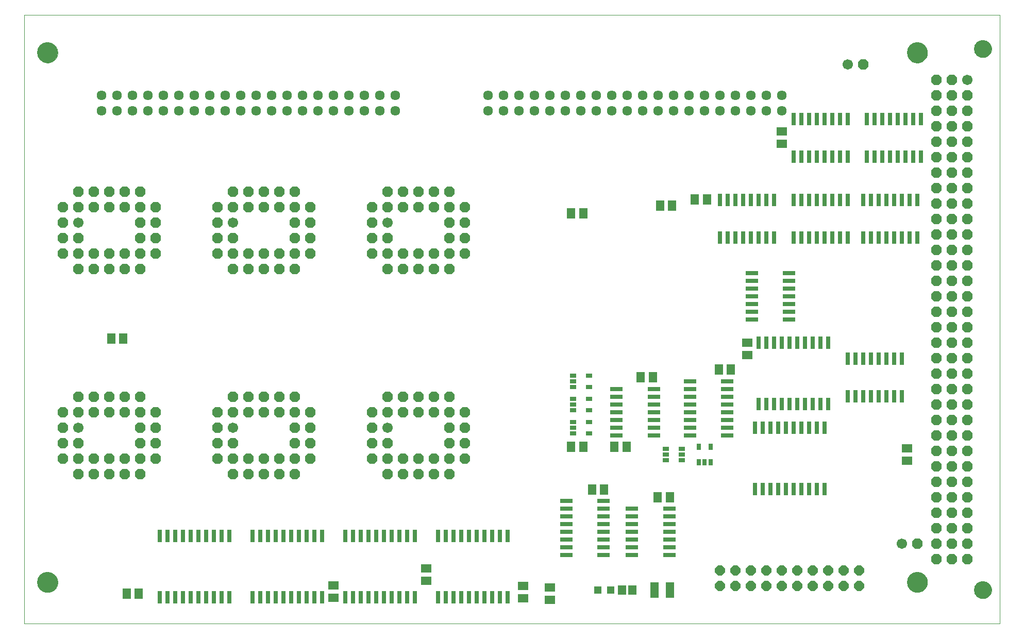
<source format=gts>
G75*
G70*
%OFA0B0*%
%FSLAX24Y24*%
%IPPOS*%
%LPD*%
%AMOC8*
5,1,8,0,0,1.08239X$1,22.5*
%
%ADD10R,0.0840X0.0300*%
%ADD11R,0.0300X0.0840*%
%ADD12C,0.0670*%
%ADD13OC8,0.0670*%
%ADD14C,0.0000*%
%ADD15C,0.1140*%
%ADD16R,0.0312X0.0430*%
%ADD17R,0.0430X0.0312*%
%ADD18R,0.0552X0.0670*%
%ADD19R,0.0670X0.0552*%
%ADD20C,0.0634*%
%ADD21C,0.1340*%
%ADD22R,0.0552X0.0631*%
%ADD23R,0.0512X0.0512*%
%ADD24R,0.0433X0.0315*%
%ADD25R,0.0540X0.1040*%
%ADD26OC8,0.0634*%
D10*
X039888Y011870D03*
X039888Y012370D03*
X039888Y012870D03*
X039888Y013370D03*
X039888Y013870D03*
X039888Y014370D03*
X039888Y014870D03*
X039888Y015370D03*
X042308Y015370D03*
X042308Y014870D03*
X042308Y014370D03*
X042308Y013870D03*
X042308Y013370D03*
X042308Y012870D03*
X042308Y012370D03*
X042308Y011870D03*
X044138Y011870D03*
X044138Y012370D03*
X044138Y012870D03*
X044138Y013370D03*
X044138Y013870D03*
X044138Y014370D03*
X044138Y014870D03*
X046558Y014870D03*
X046558Y014370D03*
X046558Y013870D03*
X046558Y013370D03*
X046558Y012870D03*
X046558Y012370D03*
X046558Y011870D03*
X045558Y019620D03*
X045558Y020120D03*
X045558Y020620D03*
X045558Y021120D03*
X045558Y021620D03*
X045558Y022120D03*
X045558Y022620D03*
X047888Y022620D03*
X047888Y023120D03*
X047888Y022120D03*
X047888Y021620D03*
X047888Y021120D03*
X047888Y020620D03*
X047888Y020120D03*
X047888Y019620D03*
X050308Y019620D03*
X050308Y020120D03*
X050308Y020620D03*
X050308Y021120D03*
X050308Y021620D03*
X050308Y022120D03*
X050308Y022620D03*
X050308Y023120D03*
X051888Y027120D03*
X051888Y027620D03*
X051888Y028120D03*
X051888Y028620D03*
X051888Y029120D03*
X051888Y029620D03*
X051888Y030120D03*
X054308Y030120D03*
X054308Y029620D03*
X054308Y029120D03*
X054308Y028620D03*
X054308Y028120D03*
X054308Y027620D03*
X054308Y027120D03*
X043138Y022620D03*
X043138Y022120D03*
X043138Y021620D03*
X043138Y021120D03*
X043138Y020620D03*
X043138Y020120D03*
X043138Y019620D03*
D11*
X036098Y013100D03*
X035598Y013100D03*
X035098Y013100D03*
X034598Y013100D03*
X034098Y013100D03*
X033598Y013100D03*
X033098Y013100D03*
X032598Y013100D03*
X032098Y013100D03*
X031598Y013100D03*
X030098Y013100D03*
X029598Y013100D03*
X029098Y013100D03*
X028598Y013100D03*
X028098Y013100D03*
X027598Y013100D03*
X027098Y013100D03*
X026598Y013100D03*
X026098Y013100D03*
X025598Y013100D03*
X024098Y013100D03*
X023598Y013100D03*
X023098Y013100D03*
X022598Y013100D03*
X022098Y013100D03*
X021598Y013100D03*
X021098Y013100D03*
X020598Y013100D03*
X020098Y013100D03*
X019598Y013100D03*
X018098Y013100D03*
X017598Y013100D03*
X017098Y013100D03*
X016598Y013100D03*
X016098Y013100D03*
X015598Y013100D03*
X015098Y013100D03*
X014598Y013100D03*
X014098Y013100D03*
X013598Y013100D03*
X013598Y009140D03*
X014098Y009140D03*
X014598Y009140D03*
X015098Y009140D03*
X015598Y009140D03*
X016098Y009140D03*
X016598Y009140D03*
X017098Y009140D03*
X017598Y009140D03*
X018098Y009140D03*
X019598Y009140D03*
X020098Y009140D03*
X020598Y009140D03*
X021098Y009140D03*
X021598Y009140D03*
X022098Y009140D03*
X022598Y009140D03*
X023098Y009140D03*
X023598Y009140D03*
X024098Y009140D03*
X025598Y009140D03*
X026098Y009140D03*
X026598Y009140D03*
X027098Y009140D03*
X027598Y009140D03*
X028098Y009140D03*
X028598Y009140D03*
X029098Y009140D03*
X029598Y009140D03*
X030098Y009140D03*
X031598Y009140D03*
X032098Y009140D03*
X032598Y009140D03*
X033098Y009140D03*
X033598Y009140D03*
X034098Y009140D03*
X034598Y009140D03*
X035098Y009140D03*
X035598Y009140D03*
X036098Y009140D03*
X052098Y016140D03*
X052598Y016140D03*
X053098Y016140D03*
X053598Y016140D03*
X054098Y016140D03*
X054598Y016140D03*
X055098Y016140D03*
X055598Y016140D03*
X056098Y016140D03*
X056598Y016140D03*
X056598Y020100D03*
X056098Y020100D03*
X055598Y020100D03*
X055098Y020100D03*
X054598Y020100D03*
X054098Y020100D03*
X053598Y020100D03*
X053098Y020100D03*
X052598Y020100D03*
X052098Y020100D03*
X052348Y021640D03*
X052848Y021640D03*
X053348Y021640D03*
X053848Y021640D03*
X054348Y021640D03*
X054848Y021640D03*
X055348Y021640D03*
X055848Y021640D03*
X056348Y021640D03*
X056848Y021640D03*
X058098Y022160D03*
X058598Y022160D03*
X059098Y022160D03*
X059598Y022160D03*
X060098Y022160D03*
X060598Y022160D03*
X061098Y022160D03*
X061598Y022160D03*
X061598Y024580D03*
X061098Y024580D03*
X060598Y024580D03*
X060098Y024580D03*
X059598Y024580D03*
X059098Y024580D03*
X058598Y024580D03*
X058098Y024580D03*
X056848Y025600D03*
X056348Y025600D03*
X055848Y025600D03*
X055348Y025600D03*
X054848Y025600D03*
X054348Y025600D03*
X053848Y025600D03*
X053348Y025600D03*
X052848Y025600D03*
X052348Y025600D03*
X052348Y032410D03*
X052848Y032410D03*
X053348Y032410D03*
X054598Y032410D03*
X055098Y032410D03*
X055598Y032410D03*
X056098Y032410D03*
X056598Y032410D03*
X057098Y032410D03*
X057598Y032410D03*
X058098Y032410D03*
X059098Y032410D03*
X059598Y032410D03*
X060098Y032410D03*
X060598Y032410D03*
X061098Y032410D03*
X061598Y032410D03*
X062098Y032410D03*
X062598Y032410D03*
X062598Y034830D03*
X062098Y034830D03*
X061598Y034830D03*
X061098Y034830D03*
X060598Y034830D03*
X060098Y034830D03*
X059598Y034830D03*
X059098Y034830D03*
X058098Y034830D03*
X057598Y034830D03*
X057098Y034830D03*
X056598Y034830D03*
X056098Y034830D03*
X055598Y034830D03*
X055098Y034830D03*
X054598Y034830D03*
X053348Y034830D03*
X052848Y034830D03*
X052348Y034830D03*
X051848Y034830D03*
X051348Y034830D03*
X050848Y034830D03*
X050348Y034830D03*
X049848Y034830D03*
X049848Y032410D03*
X050348Y032410D03*
X050848Y032410D03*
X051348Y032410D03*
X051848Y032410D03*
X054598Y037660D03*
X055098Y037660D03*
X055598Y037660D03*
X056098Y037660D03*
X056598Y037660D03*
X057098Y037660D03*
X057598Y037660D03*
X058098Y037660D03*
X059348Y037660D03*
X059848Y037660D03*
X060348Y037660D03*
X060848Y037660D03*
X061348Y037660D03*
X061848Y037660D03*
X062348Y037660D03*
X062848Y037660D03*
X062848Y040080D03*
X062348Y040080D03*
X061848Y040080D03*
X061348Y040080D03*
X060848Y040080D03*
X060348Y040080D03*
X059848Y040080D03*
X059348Y040080D03*
X058098Y040080D03*
X057598Y040080D03*
X057098Y040080D03*
X056598Y040080D03*
X056098Y040080D03*
X055598Y040080D03*
X055098Y040080D03*
X054598Y040080D03*
D12*
X058098Y043620D03*
X065848Y042620D03*
X028348Y033370D03*
X018348Y033370D03*
X008348Y033370D03*
X008348Y020120D03*
X018348Y020120D03*
X028348Y020120D03*
X061598Y012620D03*
D13*
X062598Y012620D03*
X063848Y012620D03*
X063848Y013620D03*
X063848Y014620D03*
X063848Y015620D03*
X063848Y016620D03*
X063848Y017620D03*
X063848Y018620D03*
X063848Y019620D03*
X063848Y020620D03*
X063848Y021620D03*
X063848Y022620D03*
X063848Y023620D03*
X063848Y024620D03*
X063848Y025620D03*
X063848Y026620D03*
X063848Y027620D03*
X063848Y028620D03*
X063848Y029620D03*
X063848Y030620D03*
X063848Y031620D03*
X063848Y032620D03*
X063848Y033620D03*
X063848Y034620D03*
X063848Y035620D03*
X063848Y036620D03*
X063848Y037620D03*
X063848Y038620D03*
X063848Y039620D03*
X063848Y040620D03*
X063848Y041620D03*
X063848Y042620D03*
X064848Y042620D03*
X064848Y041620D03*
X065848Y041620D03*
X065848Y040620D03*
X064848Y040620D03*
X064848Y039620D03*
X065848Y039620D03*
X065848Y038620D03*
X064848Y038620D03*
X064848Y037620D03*
X065848Y037620D03*
X065848Y036620D03*
X064848Y036620D03*
X064848Y035620D03*
X065848Y035620D03*
X065848Y034620D03*
X064848Y034620D03*
X064848Y033620D03*
X065848Y033620D03*
X065848Y032620D03*
X064848Y032620D03*
X064848Y031620D03*
X065848Y031620D03*
X065848Y030620D03*
X064848Y030620D03*
X064848Y029620D03*
X065848Y029620D03*
X065848Y028620D03*
X064848Y028620D03*
X064848Y027620D03*
X065848Y027620D03*
X065848Y026620D03*
X064848Y026620D03*
X064848Y025620D03*
X065848Y025620D03*
X065848Y024620D03*
X064848Y024620D03*
X064848Y023620D03*
X065848Y023620D03*
X065848Y022620D03*
X064848Y022620D03*
X064848Y021620D03*
X065848Y021620D03*
X065848Y020620D03*
X064848Y020620D03*
X064848Y019620D03*
X065848Y019620D03*
X065848Y018620D03*
X064848Y018620D03*
X064848Y017620D03*
X065848Y017620D03*
X065848Y016620D03*
X064848Y016620D03*
X064848Y015620D03*
X065848Y015620D03*
X065848Y014620D03*
X064848Y014620D03*
X064848Y013620D03*
X065848Y013620D03*
X065848Y012620D03*
X064848Y012620D03*
X064848Y011620D03*
X065848Y011620D03*
X063848Y011620D03*
X033348Y018120D03*
X032348Y018120D03*
X031348Y018120D03*
X030348Y018120D03*
X029348Y018120D03*
X028348Y018120D03*
X027348Y018120D03*
X027348Y019120D03*
X028348Y019120D03*
X027348Y020120D03*
X027348Y021120D03*
X028348Y021120D03*
X028348Y022120D03*
X029348Y022120D03*
X030348Y022120D03*
X031348Y022120D03*
X032348Y022120D03*
X032348Y021120D03*
X033348Y021120D03*
X033348Y020120D03*
X032348Y020120D03*
X031348Y021120D03*
X030348Y021120D03*
X029348Y021120D03*
X032348Y019120D03*
X033348Y019120D03*
X032348Y017120D03*
X031348Y017120D03*
X030348Y017120D03*
X029348Y017120D03*
X028348Y017120D03*
X023348Y018120D03*
X022348Y018120D03*
X021348Y018120D03*
X020348Y018120D03*
X019348Y018120D03*
X018348Y018120D03*
X017348Y018120D03*
X017348Y019120D03*
X018348Y019120D03*
X017348Y020120D03*
X017348Y021120D03*
X018348Y021120D03*
X018348Y022120D03*
X019348Y022120D03*
X020348Y022120D03*
X021348Y022120D03*
X022348Y022120D03*
X022348Y021120D03*
X023348Y021120D03*
X023348Y020120D03*
X022348Y020120D03*
X021348Y021120D03*
X020348Y021120D03*
X019348Y021120D03*
X022348Y019120D03*
X023348Y019120D03*
X022348Y017120D03*
X021348Y017120D03*
X020348Y017120D03*
X019348Y017120D03*
X018348Y017120D03*
X013348Y018120D03*
X012348Y018120D03*
X012348Y019120D03*
X013348Y019120D03*
X013348Y020120D03*
X013348Y021120D03*
X012348Y021120D03*
X012348Y020120D03*
X011348Y021120D03*
X010348Y021120D03*
X009348Y021120D03*
X009348Y022120D03*
X010348Y022120D03*
X011348Y022120D03*
X012348Y022120D03*
X008348Y022120D03*
X008348Y021120D03*
X007348Y021120D03*
X007348Y020120D03*
X007348Y019120D03*
X008348Y019120D03*
X008348Y018120D03*
X007348Y018120D03*
X008348Y017120D03*
X009348Y017120D03*
X010348Y017120D03*
X011348Y017120D03*
X011348Y018120D03*
X010348Y018120D03*
X009348Y018120D03*
X012348Y017120D03*
X012348Y030370D03*
X012348Y031370D03*
X013348Y031370D03*
X013348Y032370D03*
X012348Y032370D03*
X012348Y033370D03*
X013348Y033370D03*
X013348Y034370D03*
X012348Y034370D03*
X012348Y035370D03*
X011348Y035370D03*
X010348Y035370D03*
X009348Y035370D03*
X008348Y035370D03*
X008348Y034370D03*
X007348Y034370D03*
X007348Y033370D03*
X007348Y032370D03*
X008348Y032370D03*
X008348Y031370D03*
X007348Y031370D03*
X008348Y030370D03*
X009348Y030370D03*
X010348Y030370D03*
X011348Y030370D03*
X011348Y031370D03*
X010348Y031370D03*
X009348Y031370D03*
X009348Y034370D03*
X010348Y034370D03*
X011348Y034370D03*
X017348Y034370D03*
X018348Y034370D03*
X018348Y035370D03*
X019348Y035370D03*
X020348Y035370D03*
X021348Y035370D03*
X022348Y035370D03*
X022348Y034370D03*
X023348Y034370D03*
X023348Y033370D03*
X022348Y033370D03*
X022348Y032370D03*
X023348Y032370D03*
X023348Y031370D03*
X022348Y031370D03*
X021348Y031370D03*
X020348Y031370D03*
X019348Y031370D03*
X018348Y031370D03*
X017348Y031370D03*
X017348Y032370D03*
X018348Y032370D03*
X017348Y033370D03*
X019348Y034370D03*
X020348Y034370D03*
X021348Y034370D03*
X021348Y030370D03*
X022348Y030370D03*
X020348Y030370D03*
X019348Y030370D03*
X018348Y030370D03*
X027348Y031370D03*
X028348Y031370D03*
X028348Y032370D03*
X027348Y032370D03*
X027348Y033370D03*
X027348Y034370D03*
X028348Y034370D03*
X028348Y035370D03*
X029348Y035370D03*
X030348Y035370D03*
X031348Y035370D03*
X032348Y035370D03*
X032348Y034370D03*
X033348Y034370D03*
X033348Y033370D03*
X032348Y033370D03*
X032348Y032370D03*
X033348Y032370D03*
X033348Y031370D03*
X032348Y031370D03*
X031348Y031370D03*
X030348Y031370D03*
X029348Y031370D03*
X029348Y030370D03*
X030348Y030370D03*
X031348Y030370D03*
X032348Y030370D03*
X028348Y030370D03*
X029348Y034370D03*
X030348Y034370D03*
X031348Y034370D03*
X059098Y043620D03*
D14*
X004848Y046810D02*
X004848Y007430D01*
X067948Y007430D01*
X067948Y046810D01*
X004848Y046810D01*
X005698Y044370D02*
X005700Y044420D01*
X005706Y044470D01*
X005716Y044520D01*
X005729Y044568D01*
X005746Y044616D01*
X005767Y044662D01*
X005791Y044706D01*
X005819Y044748D01*
X005850Y044788D01*
X005884Y044825D01*
X005921Y044860D01*
X005960Y044891D01*
X006001Y044920D01*
X006045Y044945D01*
X006091Y044967D01*
X006138Y044985D01*
X006186Y044999D01*
X006235Y045010D01*
X006285Y045017D01*
X006335Y045020D01*
X006386Y045019D01*
X006436Y045014D01*
X006486Y045005D01*
X006534Y044993D01*
X006582Y044976D01*
X006628Y044956D01*
X006673Y044933D01*
X006716Y044906D01*
X006756Y044876D01*
X006794Y044843D01*
X006829Y044807D01*
X006862Y044768D01*
X006891Y044727D01*
X006917Y044684D01*
X006940Y044639D01*
X006959Y044592D01*
X006974Y044544D01*
X006986Y044495D01*
X006994Y044445D01*
X006998Y044395D01*
X006998Y044345D01*
X006994Y044295D01*
X006986Y044245D01*
X006974Y044196D01*
X006959Y044148D01*
X006940Y044101D01*
X006917Y044056D01*
X006891Y044013D01*
X006862Y043972D01*
X006829Y043933D01*
X006794Y043897D01*
X006756Y043864D01*
X006716Y043834D01*
X006673Y043807D01*
X006628Y043784D01*
X006582Y043764D01*
X006534Y043747D01*
X006486Y043735D01*
X006436Y043726D01*
X006386Y043721D01*
X006335Y043720D01*
X006285Y043723D01*
X006235Y043730D01*
X006186Y043741D01*
X006138Y043755D01*
X006091Y043773D01*
X006045Y043795D01*
X006001Y043820D01*
X005960Y043849D01*
X005921Y043880D01*
X005884Y043915D01*
X005850Y043952D01*
X005819Y043992D01*
X005791Y044034D01*
X005767Y044078D01*
X005746Y044124D01*
X005729Y044172D01*
X005716Y044220D01*
X005706Y044270D01*
X005700Y044320D01*
X005698Y044370D01*
X005698Y010120D02*
X005700Y010170D01*
X005706Y010220D01*
X005716Y010270D01*
X005729Y010318D01*
X005746Y010366D01*
X005767Y010412D01*
X005791Y010456D01*
X005819Y010498D01*
X005850Y010538D01*
X005884Y010575D01*
X005921Y010610D01*
X005960Y010641D01*
X006001Y010670D01*
X006045Y010695D01*
X006091Y010717D01*
X006138Y010735D01*
X006186Y010749D01*
X006235Y010760D01*
X006285Y010767D01*
X006335Y010770D01*
X006386Y010769D01*
X006436Y010764D01*
X006486Y010755D01*
X006534Y010743D01*
X006582Y010726D01*
X006628Y010706D01*
X006673Y010683D01*
X006716Y010656D01*
X006756Y010626D01*
X006794Y010593D01*
X006829Y010557D01*
X006862Y010518D01*
X006891Y010477D01*
X006917Y010434D01*
X006940Y010389D01*
X006959Y010342D01*
X006974Y010294D01*
X006986Y010245D01*
X006994Y010195D01*
X006998Y010145D01*
X006998Y010095D01*
X006994Y010045D01*
X006986Y009995D01*
X006974Y009946D01*
X006959Y009898D01*
X006940Y009851D01*
X006917Y009806D01*
X006891Y009763D01*
X006862Y009722D01*
X006829Y009683D01*
X006794Y009647D01*
X006756Y009614D01*
X006716Y009584D01*
X006673Y009557D01*
X006628Y009534D01*
X006582Y009514D01*
X006534Y009497D01*
X006486Y009485D01*
X006436Y009476D01*
X006386Y009471D01*
X006335Y009470D01*
X006285Y009473D01*
X006235Y009480D01*
X006186Y009491D01*
X006138Y009505D01*
X006091Y009523D01*
X006045Y009545D01*
X006001Y009570D01*
X005960Y009599D01*
X005921Y009630D01*
X005884Y009665D01*
X005850Y009702D01*
X005819Y009742D01*
X005791Y009784D01*
X005767Y009828D01*
X005746Y009874D01*
X005729Y009922D01*
X005716Y009970D01*
X005706Y010020D01*
X005700Y010070D01*
X005698Y010120D01*
X061948Y010120D02*
X061950Y010170D01*
X061956Y010220D01*
X061966Y010270D01*
X061979Y010318D01*
X061996Y010366D01*
X062017Y010412D01*
X062041Y010456D01*
X062069Y010498D01*
X062100Y010538D01*
X062134Y010575D01*
X062171Y010610D01*
X062210Y010641D01*
X062251Y010670D01*
X062295Y010695D01*
X062341Y010717D01*
X062388Y010735D01*
X062436Y010749D01*
X062485Y010760D01*
X062535Y010767D01*
X062585Y010770D01*
X062636Y010769D01*
X062686Y010764D01*
X062736Y010755D01*
X062784Y010743D01*
X062832Y010726D01*
X062878Y010706D01*
X062923Y010683D01*
X062966Y010656D01*
X063006Y010626D01*
X063044Y010593D01*
X063079Y010557D01*
X063112Y010518D01*
X063141Y010477D01*
X063167Y010434D01*
X063190Y010389D01*
X063209Y010342D01*
X063224Y010294D01*
X063236Y010245D01*
X063244Y010195D01*
X063248Y010145D01*
X063248Y010095D01*
X063244Y010045D01*
X063236Y009995D01*
X063224Y009946D01*
X063209Y009898D01*
X063190Y009851D01*
X063167Y009806D01*
X063141Y009763D01*
X063112Y009722D01*
X063079Y009683D01*
X063044Y009647D01*
X063006Y009614D01*
X062966Y009584D01*
X062923Y009557D01*
X062878Y009534D01*
X062832Y009514D01*
X062784Y009497D01*
X062736Y009485D01*
X062686Y009476D01*
X062636Y009471D01*
X062585Y009470D01*
X062535Y009473D01*
X062485Y009480D01*
X062436Y009491D01*
X062388Y009505D01*
X062341Y009523D01*
X062295Y009545D01*
X062251Y009570D01*
X062210Y009599D01*
X062171Y009630D01*
X062134Y009665D01*
X062100Y009702D01*
X062069Y009742D01*
X062041Y009784D01*
X062017Y009828D01*
X061996Y009874D01*
X061979Y009922D01*
X061966Y009970D01*
X061956Y010020D01*
X061950Y010070D01*
X061948Y010120D01*
X066298Y009620D02*
X066300Y009667D01*
X066306Y009713D01*
X066316Y009759D01*
X066329Y009803D01*
X066347Y009847D01*
X066368Y009888D01*
X066392Y009928D01*
X066420Y009966D01*
X066451Y010001D01*
X066485Y010033D01*
X066521Y010062D01*
X066560Y010088D01*
X066600Y010111D01*
X066643Y010130D01*
X066687Y010146D01*
X066732Y010158D01*
X066778Y010166D01*
X066825Y010170D01*
X066871Y010170D01*
X066918Y010166D01*
X066964Y010158D01*
X067009Y010146D01*
X067053Y010130D01*
X067096Y010111D01*
X067136Y010088D01*
X067175Y010062D01*
X067211Y010033D01*
X067245Y010001D01*
X067276Y009966D01*
X067304Y009928D01*
X067328Y009888D01*
X067349Y009847D01*
X067367Y009803D01*
X067380Y009759D01*
X067390Y009713D01*
X067396Y009667D01*
X067398Y009620D01*
X067396Y009573D01*
X067390Y009527D01*
X067380Y009481D01*
X067367Y009437D01*
X067349Y009393D01*
X067328Y009352D01*
X067304Y009312D01*
X067276Y009274D01*
X067245Y009239D01*
X067211Y009207D01*
X067175Y009178D01*
X067136Y009152D01*
X067096Y009129D01*
X067053Y009110D01*
X067009Y009094D01*
X066964Y009082D01*
X066918Y009074D01*
X066871Y009070D01*
X066825Y009070D01*
X066778Y009074D01*
X066732Y009082D01*
X066687Y009094D01*
X066643Y009110D01*
X066600Y009129D01*
X066560Y009152D01*
X066521Y009178D01*
X066485Y009207D01*
X066451Y009239D01*
X066420Y009274D01*
X066392Y009312D01*
X066368Y009352D01*
X066347Y009393D01*
X066329Y009437D01*
X066316Y009481D01*
X066306Y009527D01*
X066300Y009573D01*
X066298Y009620D01*
X061948Y044370D02*
X061950Y044420D01*
X061956Y044470D01*
X061966Y044520D01*
X061979Y044568D01*
X061996Y044616D01*
X062017Y044662D01*
X062041Y044706D01*
X062069Y044748D01*
X062100Y044788D01*
X062134Y044825D01*
X062171Y044860D01*
X062210Y044891D01*
X062251Y044920D01*
X062295Y044945D01*
X062341Y044967D01*
X062388Y044985D01*
X062436Y044999D01*
X062485Y045010D01*
X062535Y045017D01*
X062585Y045020D01*
X062636Y045019D01*
X062686Y045014D01*
X062736Y045005D01*
X062784Y044993D01*
X062832Y044976D01*
X062878Y044956D01*
X062923Y044933D01*
X062966Y044906D01*
X063006Y044876D01*
X063044Y044843D01*
X063079Y044807D01*
X063112Y044768D01*
X063141Y044727D01*
X063167Y044684D01*
X063190Y044639D01*
X063209Y044592D01*
X063224Y044544D01*
X063236Y044495D01*
X063244Y044445D01*
X063248Y044395D01*
X063248Y044345D01*
X063244Y044295D01*
X063236Y044245D01*
X063224Y044196D01*
X063209Y044148D01*
X063190Y044101D01*
X063167Y044056D01*
X063141Y044013D01*
X063112Y043972D01*
X063079Y043933D01*
X063044Y043897D01*
X063006Y043864D01*
X062966Y043834D01*
X062923Y043807D01*
X062878Y043784D01*
X062832Y043764D01*
X062784Y043747D01*
X062736Y043735D01*
X062686Y043726D01*
X062636Y043721D01*
X062585Y043720D01*
X062535Y043723D01*
X062485Y043730D01*
X062436Y043741D01*
X062388Y043755D01*
X062341Y043773D01*
X062295Y043795D01*
X062251Y043820D01*
X062210Y043849D01*
X062171Y043880D01*
X062134Y043915D01*
X062100Y043952D01*
X062069Y043992D01*
X062041Y044034D01*
X062017Y044078D01*
X061996Y044124D01*
X061979Y044172D01*
X061966Y044220D01*
X061956Y044270D01*
X061950Y044320D01*
X061948Y044370D01*
X066298Y044620D02*
X066300Y044667D01*
X066306Y044713D01*
X066316Y044759D01*
X066329Y044803D01*
X066347Y044847D01*
X066368Y044888D01*
X066392Y044928D01*
X066420Y044966D01*
X066451Y045001D01*
X066485Y045033D01*
X066521Y045062D01*
X066560Y045088D01*
X066600Y045111D01*
X066643Y045130D01*
X066687Y045146D01*
X066732Y045158D01*
X066778Y045166D01*
X066825Y045170D01*
X066871Y045170D01*
X066918Y045166D01*
X066964Y045158D01*
X067009Y045146D01*
X067053Y045130D01*
X067096Y045111D01*
X067136Y045088D01*
X067175Y045062D01*
X067211Y045033D01*
X067245Y045001D01*
X067276Y044966D01*
X067304Y044928D01*
X067328Y044888D01*
X067349Y044847D01*
X067367Y044803D01*
X067380Y044759D01*
X067390Y044713D01*
X067396Y044667D01*
X067398Y044620D01*
X067396Y044573D01*
X067390Y044527D01*
X067380Y044481D01*
X067367Y044437D01*
X067349Y044393D01*
X067328Y044352D01*
X067304Y044312D01*
X067276Y044274D01*
X067245Y044239D01*
X067211Y044207D01*
X067175Y044178D01*
X067136Y044152D01*
X067096Y044129D01*
X067053Y044110D01*
X067009Y044094D01*
X066964Y044082D01*
X066918Y044074D01*
X066871Y044070D01*
X066825Y044070D01*
X066778Y044074D01*
X066732Y044082D01*
X066687Y044094D01*
X066643Y044110D01*
X066600Y044129D01*
X066560Y044152D01*
X066521Y044178D01*
X066485Y044207D01*
X066451Y044239D01*
X066420Y044274D01*
X066392Y044312D01*
X066368Y044352D01*
X066347Y044393D01*
X066329Y044437D01*
X066316Y044481D01*
X066306Y044527D01*
X066300Y044573D01*
X066298Y044620D01*
D15*
X066848Y044620D03*
X066848Y009620D03*
D16*
X049222Y017862D03*
X048848Y017862D03*
X048474Y017862D03*
X048474Y018881D03*
X049222Y018881D03*
D17*
X041360Y019746D03*
X041360Y020494D03*
X041360Y021246D03*
X041360Y021994D03*
X041360Y022746D03*
X041360Y023494D03*
X040340Y023494D03*
X040340Y023120D03*
X040340Y022746D03*
X040340Y021994D03*
X040340Y021620D03*
X040340Y021246D03*
X040340Y020494D03*
X040340Y020120D03*
X040340Y019746D03*
D18*
X040204Y018870D03*
X040992Y018870D03*
X043004Y018870D03*
X043792Y018870D03*
X042342Y016120D03*
X041554Y016120D03*
X045804Y015620D03*
X046592Y015620D03*
X045492Y023370D03*
X044704Y023370D03*
X049754Y023870D03*
X050542Y023870D03*
X040992Y033970D03*
X040204Y033970D03*
X045954Y034470D03*
X046742Y034470D03*
X048204Y034870D03*
X048992Y034870D03*
X012242Y009370D03*
X011454Y009370D03*
X011242Y025870D03*
X010454Y025870D03*
D19*
X024848Y009913D03*
X024848Y009126D03*
X030848Y010226D03*
X030848Y011013D03*
X037098Y009863D03*
X037098Y009076D03*
X038848Y008976D03*
X038848Y009763D03*
X051598Y024826D03*
X051598Y025613D03*
X061948Y018763D03*
X061948Y017976D03*
X053848Y038476D03*
X053848Y039263D03*
D20*
X053848Y040620D03*
X052848Y040620D03*
X051848Y040620D03*
X051848Y041620D03*
X052848Y041620D03*
X053848Y041620D03*
X050848Y041620D03*
X049848Y041620D03*
X048848Y041620D03*
X047848Y041620D03*
X046848Y041620D03*
X045848Y041620D03*
X044848Y041620D03*
X043848Y041620D03*
X042848Y041620D03*
X041848Y041620D03*
X040848Y041620D03*
X039848Y041620D03*
X038848Y041620D03*
X037848Y041620D03*
X036848Y041620D03*
X035848Y041620D03*
X034848Y041620D03*
X034848Y040620D03*
X035848Y040620D03*
X036848Y040620D03*
X037848Y040620D03*
X038848Y040620D03*
X039848Y040620D03*
X040848Y040620D03*
X041848Y040620D03*
X042848Y040620D03*
X043848Y040620D03*
X044848Y040620D03*
X045848Y040620D03*
X046848Y040620D03*
X047848Y040620D03*
X048848Y040620D03*
X049848Y040620D03*
X050848Y040620D03*
X028848Y040620D03*
X027848Y040620D03*
X027848Y041620D03*
X028848Y041620D03*
X026848Y041620D03*
X025848Y041620D03*
X024848Y041620D03*
X023848Y041620D03*
X022848Y041620D03*
X021848Y041620D03*
X020848Y041620D03*
X019848Y041620D03*
X018848Y041620D03*
X017848Y041620D03*
X016848Y041620D03*
X015848Y041620D03*
X014848Y041620D03*
X013848Y041620D03*
X012848Y041620D03*
X011848Y041620D03*
X010848Y041620D03*
X009848Y041620D03*
X009848Y040620D03*
X010848Y040620D03*
X011848Y040620D03*
X012848Y040620D03*
X013848Y040620D03*
X014848Y040620D03*
X015848Y040620D03*
X016848Y040620D03*
X017848Y040620D03*
X018848Y040620D03*
X019848Y040620D03*
X020848Y040620D03*
X021848Y040620D03*
X022848Y040620D03*
X023848Y040620D03*
X024848Y040620D03*
X025848Y040620D03*
X026848Y040620D03*
D21*
X006348Y044370D03*
X006348Y010120D03*
X062598Y010120D03*
X062598Y044370D03*
D22*
X044183Y009620D03*
X043513Y009620D03*
D23*
X042761Y009620D03*
X041934Y009620D03*
D24*
X046336Y017996D03*
X046336Y018370D03*
X046336Y018744D03*
X047360Y018744D03*
X047360Y018370D03*
X047360Y017996D03*
D25*
X046598Y009620D03*
X045598Y009620D03*
D26*
X049848Y009870D03*
X050848Y009870D03*
X050848Y010870D03*
X049848Y010870D03*
X051848Y010870D03*
X052848Y010870D03*
X053848Y010870D03*
X054848Y010870D03*
X055848Y010870D03*
X056848Y010870D03*
X057848Y010870D03*
X058848Y010870D03*
X058848Y009870D03*
X057848Y009870D03*
X056848Y009870D03*
X055848Y009870D03*
X054848Y009870D03*
X053848Y009870D03*
X052848Y009870D03*
X051848Y009870D03*
M02*

</source>
